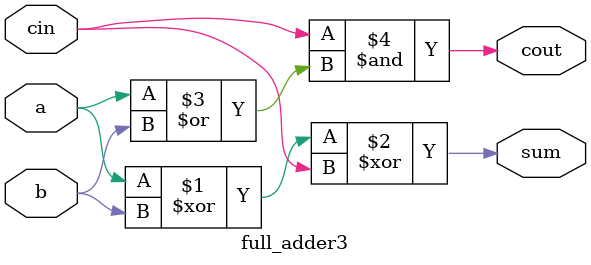
<source format=v>
module full_adder3(a,b,cin,sum,cout);
input a,b,cin;
output sum,cout;
assign sum = a^b^cin;
assign cout = 1'b0|cin&(a|b); 
// initial begin
//     $display("The incorrect adder with and0 and or2 having out/0 and in1/0");
// end   
endmodule
</source>
